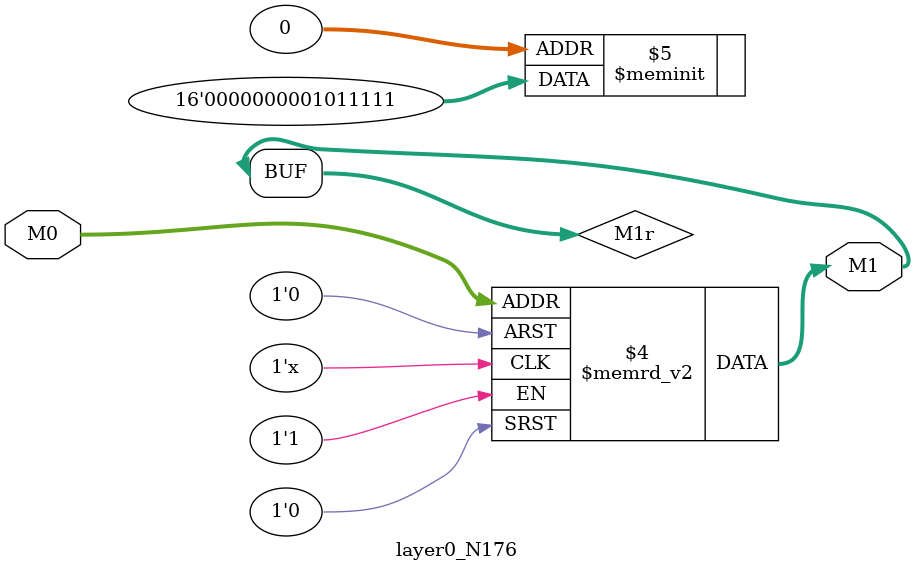
<source format=v>
module layer0_N176 ( input [2:0] M0, output [1:0] M1 );

	(*rom_style = "distributed" *) reg [1:0] M1r;
	assign M1 = M1r;
	always @ (M0) begin
		case (M0)
			3'b000: M1r = 2'b11;
			3'b100: M1r = 2'b00;
			3'b010: M1r = 2'b01;
			3'b110: M1r = 2'b00;
			3'b001: M1r = 2'b11;
			3'b101: M1r = 2'b00;
			3'b011: M1r = 2'b01;
			3'b111: M1r = 2'b00;

		endcase
	end
endmodule

</source>
